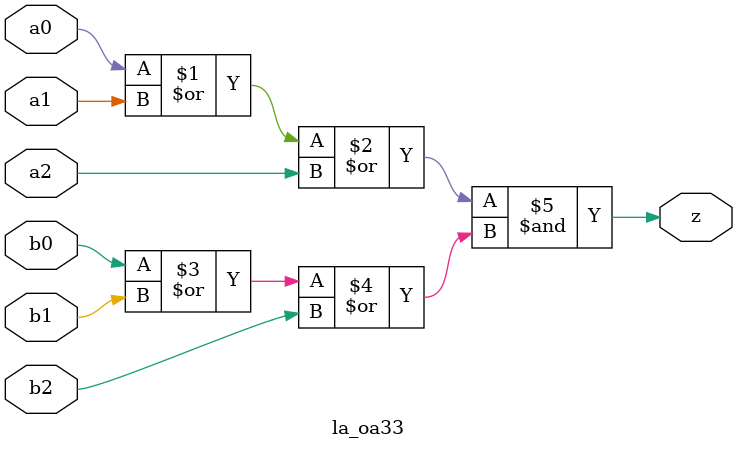
<source format=v>


module la_oa33 #(
    parameter PROP = "DEFAULT"
) (
    input  a0,
    input  a1,
    input  a2,
    input  b0,
    input  b1,
    input  b2,
    output z
);

    assign z = (a0 | a1 | a2) & (b0 | b1 | b2);

endmodule

</source>
